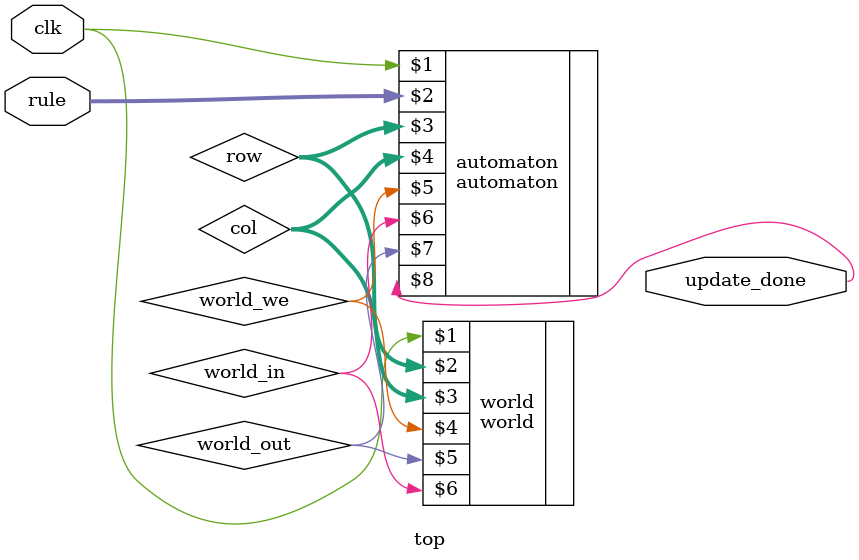
<source format=v>
`timescale 1ns / 1ps

module top(input clk, input [31:0] rule, output update_done);

wire [5:0] col;
wire [5:0] row;
wire world_we;
wire world_out;
wire world_in;

automaton automaton(clk, rule, row, col, world_we, world_in, world_out, update_done);
world world(clk, row, col, world_we, world_out, world_in);

endmodule

</source>
